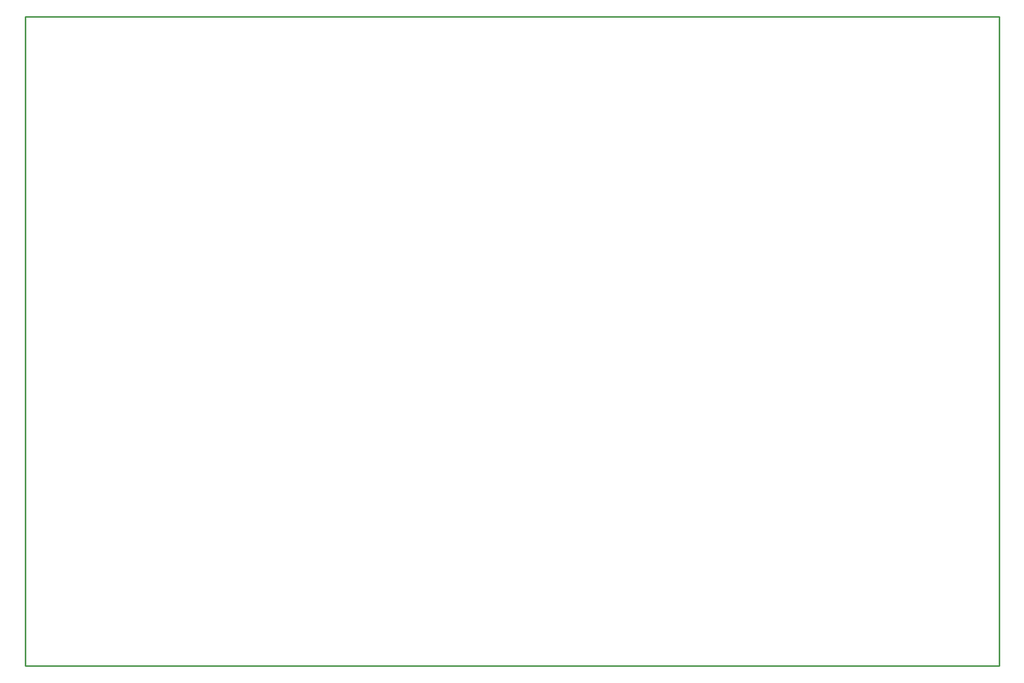
<source format=gko>
G04 ---------------------------- Layer name :KeepOutLayer*
G04 EasyEDA v5.4.11, Sat, 12 May 2018 19:29:08 GMT*
G04 dca06a4066c74d719eec436680ae0180*
G04 Gerber Generator version 0.2*
G04 Scale: 100 percent, Rotated: No, Reflected: No *
G04 Dimensions in inches *
G04 leading zeros omitted , absolute positions ,2 integer and 4 decimal *
%FSLAX24Y24*%
%MOIN*%
G90*
G70D02*

%ADD10C,0.010000*%
G54D10*
G01X0Y42800D02*
G01X64200Y42800D01*
G01X64200Y0D01*
G01X0Y0D01*
G01X0Y42800D01*

%LPD*%
M00*
M02*

</source>
